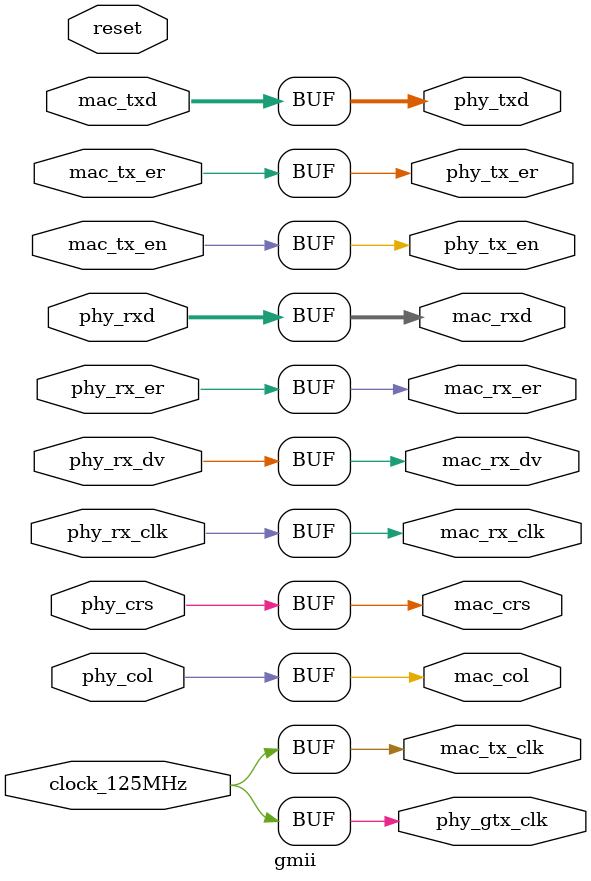
<source format=v>
module gmii 
(
    input   wire        reset,
    input   wire        clock_125MHz,
    output  wire        phy_tx_er,
    output  wire [7:0]  phy_txd,
    output  wire        phy_tx_en,
    output  wire        phy_gtx_clk,
    input   wire        phy_col,
    input   wire [7:0]  phy_rxd,
    input   wire        phy_rx_er,
    input   wire        phy_rx_clk,
    input   wire        phy_crs,
    input   wire        phy_rx_dv,
    input   wire        mac_tx_er,
    input   wire [7:0]  mac_txd,
    input   wire        mac_tx_en,
    output  wire        mac_tx_clk,
    output  wire        mac_col,
    output  wire  [7:0] mac_rxd,
    output  wire        mac_rx_er,
    output  wire        mac_rx_clk,
    output  wire        mac_crs,
    output  wire        mac_rx_dv
);
assign phy_tx_er    = mac_tx_er;
assign phy_txd      = mac_txd;
assign phy_tx_en    = mac_tx_en;
assign phy_gtx_clk  = clock_125MHz;
assign mac_col      = phy_col;
assign mac_rxd      = phy_rxd;
assign mac_rx_er    = phy_rx_er;
assign mac_rx_clk   = phy_rx_clk;
assign mac_crs      = phy_crs;
assign mac_rx_dv    = phy_rx_dv;
assign mac_tx_clk   = clock_125MHz;
endmodule
</source>
